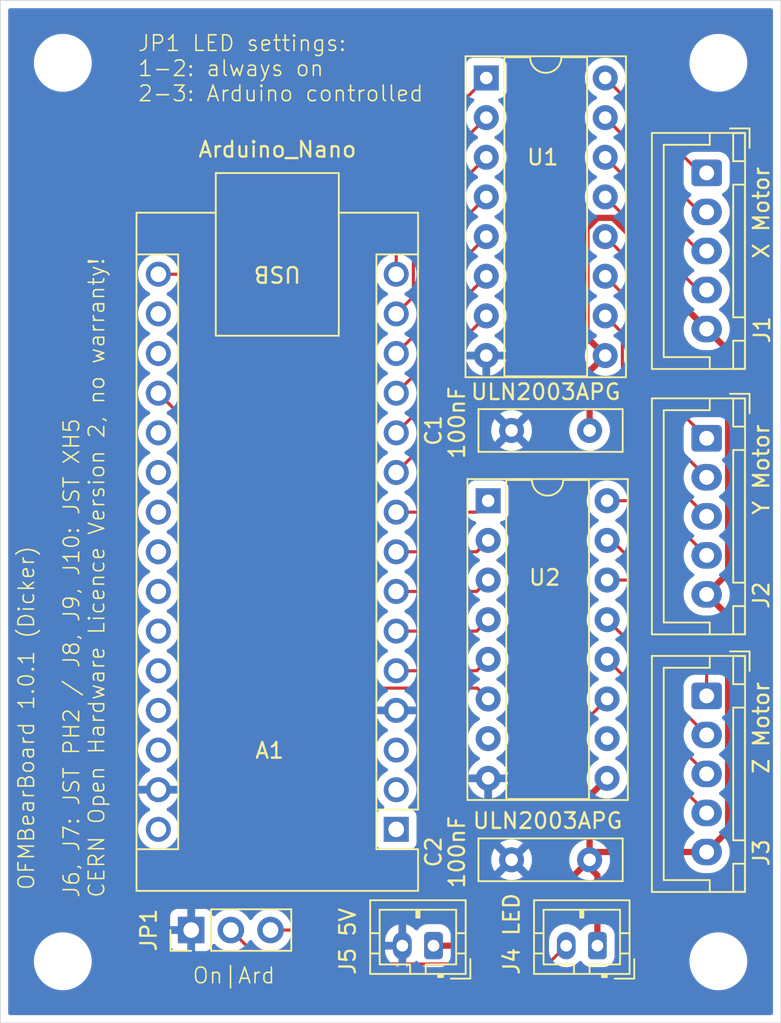
<source format=kicad_pcb>
(kicad_pcb (version 20240108) (generator "pcbnew") (generator_version "8.0")
  (title_block (title "OFMSimpleBoard") (date "2024-06-02") (rev "1.0.1 (Dicker)"))
  (layers (0 "F.Cu" signal) (31 "B.Cu" signal) (34 "B.Paste" user) (35 "F.Paste" user) (36 "B.SilkS" user "B.Silkscreen") (37 "F.SilkS" user "F.Silkscreen") (38 "B.Mask" user) (39 "F.Mask" user) (44 "Edge.Cuts" user))
  (net 0 "")
  (net 10 "GND")
  (net 16 "/A00")
  (net 18 "+5V")
  (net 21 "Net-(J4-Pin_2)")
  (net 22 "Net-(JP1-B)")
  (net 23 "/D02")
  (net 24 "/D08")
  (net 25 "/D03")
  (net 26 "/D13")
  (net 27 "/D07")
  (net 28 "/D12")
  (net 29 "/D10")
  (net 30 "/D05")
  (net 31 "/D06")
  (net 32 "/D04")
  (net 33 "/D09")
  (net 34 "/D11")
  (net 35 "/XM2")
  (net 36 "/XM1")
  (net 37 "/XM4")
  (net 38 "/XM3")
  (net 39 "/YM2")
  (net 40 "/YM3")
  (net 41 "/YM4")
  (net 42 "/YM1")
  (net 43 "/ZM1")
  (net 44 "/ZM3")
  (net 45 "/ZM2")
  (net 46 "/ZM4")
  (footprint "MountingHole:MountingHole_3.2mm_M3" (layer "F.Cu") (at 125.25 83)
    (property "Reference" "H4")
    (property "Value" "MountingHole" (hide yes))
    (pad "" np_thru_hole circle (at 0 0) (size 3.2 3.2) (drill 3.2) (layers "*.Cu" "*.Mask"))
  )
  (footprint "Package_DIP:DIP-16_W7.62mm_Socket" (layer "F.Cu") (at 110.5 53.5)
    (property "Reference" "U2" (at 3.62 4.92 0) (layer "F.SilkS"))
    (property "Value" "ULN2003APG" (at 3.81 20.5 0) (layer "F.SilkS"))
    (fp_line (start -1.33 -1.39) (end -1.33 19.17) (stroke (width 0.12)) (layer "F.SilkS"))
    (fp_line (start -1.33 19.17) (end 8.95 19.17) (stroke (width 0.12)) (layer "F.SilkS"))
    (fp_line (start 1.16 -1.33) (end 1.16 19.11) (stroke (width 0.12)) (layer "F.SilkS"))
    (fp_line (start 1.16 19.11) (end 6.46 19.11) (stroke (width 0.12)) (layer "F.SilkS"))
    (fp_line (start 2.81 -1.33) (end 1.16 -1.33) (stroke (width 0.12)) (layer "F.SilkS"))
    (fp_line (start 6.46 -1.33) (end 4.81 -1.33) (stroke (width 0.12)) (layer "F.SilkS"))
    (fp_line (start 6.46 19.11) (end 6.46 -1.33) (stroke (width 0.12)) (layer "F.SilkS"))
    (fp_line (start 8.95 -1.39) (end -1.33 -1.39) (stroke (width 0.12)) (layer "F.SilkS"))
    (fp_line (start 8.95 19.17) (end 8.95 -1.39) (stroke (width 0.12)) (layer "F.SilkS"))
    (fp_arc (start 4.81 -1.33) (mid 3.81 -0.33) (end 2.81 -1.33) (stroke (width 0.12)) (layer "F.SilkS"))
    (pad "1" thru_hole rect (at 0 0) (size 1.6 1.6) (drill 0.8) (layers "*.Cu" "*.Mask") (net 31 "/D06"))
    (pad "2" thru_hole oval (at 0 2.54) (size 1.6 1.6) (drill 0.8) (layers "*.Cu" "*.Mask") (net 30 "/D05"))
    (pad "3" thru_hole oval (at 0 5.08) (size 1.6 1.6) (drill 0.8) (layers "*.Cu" "*.Mask") (net 32 "/D04"))
    (pad "4" thru_hole oval (at 0 7.62) (size 1.6 1.6) (drill 0.8) (layers "*.Cu" "*.Mask") (net 25 "/D03"))
    (pad "5" thru_hole oval (at 0 10.16) (size 1.6 1.6) (drill 0.8) (layers "*.Cu" "*.Mask") (net 23 "/D02"))
    (pad "6" thru_hole oval (at 0 12.7) (size 1.6 1.6) (drill 0.8) (layers "*.Cu" "*.Mask") (net 16 "/A00"))
    (pad "7" thru_hole oval (at 0 15.24) (size 1.6 1.6) (drill 0.8) (layers "*.Cu" "*.Mask"))
    (pad "8" thru_hole oval (at 0 17.78) (size 1.6 1.6) (drill 0.8) (layers "*.Cu" "*.Mask") (net 10 "GND"))
    (pad "9" thru_hole oval (at 7.62 17.78) (size 1.6 1.6) (drill 0.8) (layers "*.Cu" "*.Mask") (net 18 "+5V"))
    (pad "10" thru_hole oval (at 7.62 15.24) (size 1.6 1.6) (drill 0.8) (layers "*.Cu" "*.Mask"))
    (pad "11" thru_hole oval (at 7.62 12.7) (size 1.6 1.6) (drill 0.8) (layers "*.Cu" "*.Mask") (net 22 "Net-(JP1-B)"))
    (pad "12" thru_hole oval (at 7.62 10.16) (size 1.6 1.6) (drill 0.8) (layers "*.Cu" "*.Mask") (net 46 "/ZM4"))
    (pad "13" thru_hole oval (at 7.62 7.62) (size 1.6 1.6) (drill 0.8) (layers "*.Cu" "*.Mask") (net 44 "/ZM3"))
    (pad "14" thru_hole oval (at 7.62 5.08) (size 1.6 1.6) (drill 0.8) (layers "*.Cu" "*.Mask") (net 45 "/ZM2"))
    (pad "15" thru_hole oval (at 7.62 2.54) (size 1.6 1.6) (drill 0.8) (layers "*.Cu" "*.Mask") (net 43 "/ZM1"))
    (pad "16" thru_hole oval (at 7.62 0) (size 1.6 1.6) (drill 0.8) (layers "*.Cu" "*.Mask") (net 41 "/YM4"))
  )
  (footprint "Connector_JST:JST_XH_B5B-XH-A_1x05_P2.50mm_Vertical" (layer "F.Cu") (at 124.5 49.5 -90)
    (property "Reference" "J2" (at 10.05 -3.5 90) (layer "F.SilkS"))
    (property "Value" "Y Motor" (at 2 -3.5 90) (layer "F.SilkS"))
    (fp_line (start -2.56 3.51) (end 12.56 3.51) (stroke (width 0.12)) (layer "F.SilkS"))
    (fp_line (start 12.56 3.51) (end 12.56 -2.46) (stroke (width 0.12)) (layer "F.SilkS"))
    (fp_line (start -1.8 2.75) (end 5 2.75) (stroke (width 0.12)) (layer "F.SilkS"))
    (fp_line (start 11.8 2.75) (end 5 2.75) (stroke (width 0.12)) (layer "F.SilkS"))
    (fp_line (start -2.55 -0.2) (end -1.8 -0.2) (stroke (width 0.12)) (layer "F.SilkS"))
    (fp_line (start -1.8 -0.2) (end -1.8 2.75) (stroke (width 0.12)) (layer "F.SilkS"))
    (fp_line (start 11.8 -0.2) (end 11.8 2.75) (stroke (width 0.12)) (layer "F.SilkS"))
    (fp_line (start 12.55 -0.2) (end 11.8 -0.2) (stroke (width 0.12)) (layer "F.SilkS"))
    (fp_line (start -2.55 -1.7) (end -0.75 -1.7) (stroke (width 0.12)) (layer "F.SilkS"))
    (fp_line (start -0.75 -1.7) (end -0.75 -2.45) (stroke (width 0.12)) (layer "F.SilkS"))
    (fp_line (start 0.75 -1.7) (end 9.25 -1.7) (stroke (width 0.12)) (layer "F.SilkS"))
    (fp_line (start 9.25 -1.7) (end 9.25 -2.45) (stroke (width 0.12)) (layer "F.SilkS"))
    (fp_line (start 10.75 -1.7) (end 12.55 -1.7) (stroke (width 0.12)) (layer "F.SilkS"))
    (fp_line (start 12.55 -1.7) (end 12.55 -2.45) (stroke (width 0.12)) (layer "F.SilkS"))
    (fp_line (start -2.55 -2.45) (end -2.55 -1.7) (stroke (width 0.12)) (layer "F.SilkS"))
    (fp_line (start -0.75 -2.45) (end -2.55 -2.45) (stroke (width 0.12)) (layer "F.SilkS"))
    (fp_line (start 0.75 -2.45) (end 0.75 -1.7) (stroke (width 0.12)) (layer "F.SilkS"))
    (fp_line (start 9.25 -2.45) (end 0.75 -2.45) (stroke (width 0.12)) (layer "F.SilkS"))
    (fp_line (start 10.75 -2.45) (end 10.75 -1.7) (stroke (width 0.12)) (layer "F.SilkS"))
    (fp_line (start 12.55 -2.45) (end 10.75 -2.45) (stroke (width 0.12)) (layer "F.SilkS"))
    (fp_line (start -2.56 -2.46) (end -2.56 3.51) (stroke (width 0.12)) (layer "F.SilkS"))
    (fp_line (start 12.56 -2.46) (end -2.56 -2.46) (stroke (width 0.12)) (layer "F.SilkS"))
    (fp_line (start -2.85 -2.75) (end -2.85 -1.5) (stroke (width 0.12)) (layer "F.SilkS"))
    (fp_line (start -1.6 -2.75) (end -2.85 -2.75) (stroke (width 0.12)) (layer "F.SilkS"))
    (pad "1" thru_hole roundrect (at 0 0 270) (size 1.7 1.95) (drill 0.95) (layers "*.Cu" "*.Mask") (roundrect_rratio 0.147059) (net 42 "/YM1"))
    (pad "2" thru_hole oval (at 2.5 0 270) (size 1.7 1.95) (drill 0.95) (layers "*.Cu" "*.Mask") (net 39 "/YM2"))
    (pad "3" thru_hole oval (at 5 0 270) (size 1.7 1.95) (drill 0.95) (layers "*.Cu" "*.Mask") (net 40 "/YM3"))
    (pad "4" thru_hole oval (at 7.5 0 270) (size 1.7 1.95) (drill 0.95) (layers "*.Cu" "*.Mask") (net 41 "/YM4"))
    (pad "5" thru_hole oval (at 10 0 270) (size 1.7 1.95) (drill 0.95) (layers "*.Cu" "*.Mask") (net 18 "+5V"))
  )
  (footprint "Package_DIP:DIP-16_W7.62mm_Socket" (layer "F.Cu") (at 110.38 26.42)
    (property "Reference" "U1" (at 3.62 5.08 0) (layer "F.SilkS"))
    (property "Value" "ULN2003APG" (at 3.81 20.11 0) (layer "F.SilkS"))
    (fp_line (start -1.33 -1.39) (end -1.33 19.17) (stroke (width 0.12)) (layer "F.SilkS"))
    (fp_line (start -1.33 19.17) (end 8.95 19.17) (stroke (width 0.12)) (layer "F.SilkS"))
    (fp_line (start 1.16 -1.33) (end 1.16 19.11) (stroke (width 0.12)) (layer "F.SilkS"))
    (fp_line (start 1.16 19.11) (end 6.46 19.11) (stroke (width 0.12)) (layer "F.SilkS"))
    (fp_line (start 2.81 -1.33) (end 1.16 -1.33) (stroke (width 0.12)) (layer "F.SilkS"))
    (fp_line (start 6.46 -1.33) (end 4.81 -1.33) (stroke (width 0.12)) (layer "F.SilkS"))
    (fp_line (start 6.46 19.11) (end 6.46 -1.33) (stroke (width 0.12)) (layer "F.SilkS"))
    (fp_line (start 8.95 -1.39) (end -1.33 -1.39) (stroke (width 0.12)) (layer "F.SilkS"))
    (fp_line (start 8.95 19.17) (end 8.95 -1.39) (stroke (width 0.12)) (layer "F.SilkS"))
    (fp_arc (start 4.81 -1.33) (mid 3.81 -0.33) (end 2.81 -1.33) (stroke (width 0.12)) (layer "F.SilkS"))
    (pad "1" thru_hole rect (at 0 0) (size 1.6 1.6) (drill 0.8) (layers "*.Cu" "*.Mask") (net 26 "/D13"))
    (pad "2" thru_hole oval (at 0 2.54) (size 1.6 1.6) (drill 0.8) (layers "*.Cu" "*.Mask") (net 28 "/D12"))
    (pad "3" thru_hole oval (at 0 5.08) (size 1.6 1.6) (drill 0.8) (layers "*.Cu" "*.Mask") (net 34 "/D11"))
    (pad "4" thru_hole oval (at 0 7.62) (size 1.6 1.6) (drill 0.8) (layers "*.Cu" "*.Mask") (net 29 "/D10"))
    (pad "5" thru_hole oval (at 0 10.16) (size 1.6 1.6) (drill 0.8) (layers "*.Cu" "*.Mask") (net 33 "/D09"))
    (pad "6" thru_hole oval (at 0 12.7) (size 1.6 1.6) (drill 0.8) (layers "*.Cu" "*.Mask") (net 24 "/D08"))
    (pad "7" thru_hole oval (at 0 15.24) (size 1.6 1.6) (drill 0.8) (layers "*.Cu" "*.Mask") (net 27 "/D07"))
    (pad "8" thru_hole oval (at 0 17.78) (size 1.6 1.6) (drill 0.8) (layers "*.Cu" "*.Mask") (net 10 "GND"))
    (pad "9" thru_hole oval (at 7.62 17.78) (size 1.6 1.6) (drill 0.8) (layers "*.Cu" "*.Mask") (net 18 "+5V"))
    (pad "10" thru_hole oval (at 7.62 15.24) (size 1.6 1.6) (drill 0.8) (layers "*.Cu" "*.Mask") (net 40 "/YM3"))
    (pad "11" thru_hole oval (at 7.62 12.7) (size 1.6 1.6) (drill 0.8) (layers "*.Cu" "*.Mask") (net 39 "/YM2"))
    (pad "12" thru_hole oval (at 7.62 10.16) (size 1.6 1.6) (drill 0.8) (layers "*.Cu" "*.Mask") (net 42 "/YM1"))
    (pad "13" thru_hole oval (at 7.62 7.62) (size 1.6 1.6) (drill 0.8) (layers "*.Cu" "*.Mask") (net 37 "/XM4"))
    (pad "14" thru_hole oval (at 7.62 5.08) (size 1.6 1.6) (drill 0.8) (layers "*.Cu" "*.Mask") (net 38 "/XM3"))
    (pad "15" thru_hole oval (at 7.62 2.54) (size 1.6 1.6) (drill 0.8) (layers "*.Cu" "*.Mask") (net 35 "/XM2"))
    (pad "16" thru_hole oval (at 7.62 0) (size 1.6 1.6) (drill 0.8) (layers "*.Cu" "*.Mask") (net 36 "/XM1"))
  )
  (footprint "Capacitor_THT:C_Disc_D9.0mm_W2.5mm_P5.00mm" (layer "F.Cu") (at 112 49)
    (property "Reference" "C1" (at -5 0 90) (layer "F.SilkS"))
    (property "Value" "100nF" (at -3.5 -0.5 90) (layer "F.SilkS"))
    (fp_line (start -2.12 -1.37) (end -2.12 1.37) (stroke (width 0.12)) (layer "F.SilkS"))
    (fp_line (start -2.12 -1.37) (end 7.12 -1.37) (stroke (width 0.12)) (layer "F.SilkS"))
    (fp_line (start -2.12 1.37) (end 7.12 1.37) (stroke (width 0.12)) (layer "F.SilkS"))
    (fp_line (start 7.12 -1.37) (end 7.12 1.37) (stroke (width 0.12)) (layer "F.SilkS"))
    (pad "1" thru_hole circle (at 0 0) (size 1.6 1.6) (drill 0.8) (layers "*.Cu" "*.Mask") (net 10 "GND"))
    (pad "2" thru_hole circle (at 5 0) (size 1.6 1.6) (drill 0.8) (layers "*.Cu" "*.Mask") (net 18 "+5V"))
  )
  (footprint "Capacitor_THT:C_Disc_D9.0mm_W2.5mm_P5.00mm" (layer "F.Cu") (at 112 76.5)
    (property "Reference" "C2" (at -5 -0.5 90) (layer "F.SilkS"))
    (property "Value" "100nF" (at -3.5 -0.5 90) (layer "F.SilkS"))
    (fp_line (start -2.12 -1.37) (end -2.12 1.37) (stroke (width 0.12)) (layer "F.SilkS"))
    (fp_line (start -2.12 -1.37) (end 7.12 -1.37) (stroke (width 0.12)) (layer "F.SilkS"))
    (fp_line (start -2.12 1.37) (end 7.12 1.37) (stroke (width 0.12)) (layer "F.SilkS"))
    (fp_line (start 7.12 -1.37) (end 7.12 1.37) (stroke (width 0.12)) (layer "F.SilkS"))
    (pad "1" thru_hole circle (at 0 0) (size 1.6 1.6) (drill 0.8) (layers "*.Cu" "*.Mask") (net 10 "GND"))
    (pad "2" thru_hole circle (at 5 0) (size 1.6 1.6) (drill 0.8) (layers "*.Cu" "*.Mask") (net 18 "+5V"))
  )
  (footprint "Connector_JST:JST_PH_B2B-PH-K_1x02_P2.00mm_Vertical" (layer "F.Cu") (at 117.5 82 180)
    (property "Reference" "J4" (at 5.5 -1 -90) (layer "F.SilkS"))
    (property "Value" "LED" (at 5.5 2 90) (layer "F.SilkS"))
    (fp_line (start 4.06 2.91) (end 4.06 -1.81) (stroke (width 0.12)) (layer "F.SilkS"))
    (fp_line (start 4.06 0.8) (end 3.45 0.8) (stroke (width 0.12)) (layer "F.SilkS"))
    (fp_line (start 4.06 -0.5) (end 3.45 -0.5) (stroke (width 0.12)) (layer "F.SilkS"))
    (fp_line (start 4.06 -1.81) (end -2.06 -1.81) (stroke (width 0.12)) (layer "F.SilkS"))
    (fp_line (start 3.45 2.3) (end 3.45 -1.2) (stroke (width 0.12)) (layer "F.SilkS"))
    (fp_line (start 3.45 -1.2) (end 1.5 -1.2) (stroke (width 0.12)) (layer "F.SilkS"))
    (fp_line (start 1.5 -1.2) (end 1.5 -1.81) (stroke (width 0.12)) (layer "F.SilkS"))
    (fp_line (start 1.1 1.8) (end 1.1 2.3) (stroke (width 0.12)) (layer "F.SilkS"))
    (fp_line (start 1 2.3) (end 1 1.8) (stroke (width 0.12)) (layer "F.SilkS"))
    (fp_line (start 0.9 2.3) (end 0.9 1.8) (stroke (width 0.12)) (layer "F.SilkS"))
    (fp_line (start 0.9 1.8) (end 1.1 1.8) (stroke (width 0.12)) (layer "F.SilkS"))
    (fp_line (start 0.5 -1.2) (end -1.45 -1.2) (stroke (width 0.12)) (layer "F.SilkS"))
    (fp_line (start 0.5 -1.81) (end 0.5 -1.2) (stroke (width 0.12)) (layer "F.SilkS"))
    (fp_line (start -0.3 -1.81) (end -0.3 -2.01) (stroke (width 0.12)) (layer "F.SilkS"))
    (fp_line (start -0.3 -1.91) (end -0.6 -1.91) (stroke (width 0.12)) (layer "F.SilkS"))
    (fp_line (start -0.3 -2.01) (end -0.6 -2.01) (stroke (width 0.12)) (layer "F.SilkS"))
    (fp_line (start -0.6 -2.01) (end -0.6 -1.81) (stroke (width 0.12)) (layer "F.SilkS"))
    (fp_line (start -1.11 -2.11) (end -2.36 -2.11) (stroke (width 0.12)) (layer "F.SilkS"))
    (fp_line (start -1.45 2.3) (end 3.45 2.3) (stroke (width 0.12)) (layer "F.SilkS"))
    (fp_line (start -1.45 -1.2) (end -1.45 2.3) (stroke (width 0.12)) (layer "F.SilkS"))
    (fp_line (start -2.06 2.91) (end 4.06 2.91) (stroke (width 0.12)) (layer "F.SilkS"))
    (fp_line (start -2.06 0.8) (end -1.45 0.8) (stroke (width 0.12)) (layer "F.SilkS"))
    (fp_line (start -2.06 -0.5) (end -1.45 -0.5) (stroke (width 0.12)) (layer "F.SilkS"))
    (fp_line (start -2.06 -1.81) (end -2.06 2.91) (stroke (width 0.12)) (layer "F.SilkS"))
    (fp_line (start -2.36 -2.11) (end -2.36 -0.86) (stroke (width 0.12)) (layer "F.SilkS"))
    (pad "1" thru_hole roundrect (at 0 0 180) (size 1.2 1.75) (drill 0.75) (layers "*.Cu" "*.Mask") (roundrect_rratio 0.208333) (net 18 "+5V"))
    (pad "2" thru_hole oval (at 2 0 180) (size 1.2 1.75) (drill 0.75) (layers "*.Cu" "*.Mask") (net 21 "Net-(J4-Pin_2)"))
  )
  (footprint "MountingHole:MountingHole_3.2mm_M3" (layer "F.Cu") (at 83.25 83)
    (property "Reference" "H3")
    (property "Value" "MountingHole" (hide yes))
    (pad "" np_thru_hole circle (at 0 0) (size 3.2 3.2) (drill 3.2) (layers "*.Cu" "*.Mask"))
  )
  (footprint "Connector_PinHeader_2.54mm:PinHeader_1x03_P2.54mm_Vertical" (layer "F.Cu") (at 91.475 81 90)
    (property "Reference" "JP1" (at 0 -2.725 -90) (layer "F.SilkS"))
    (property "Value" "JP1")
    (fp_line (start -1.33 -1.33) (end 0 -1.33) (stroke (width 0.12)) (layer "F.SilkS"))
    (fp_line (start -1.33 0) (end -1.33 -1.33) (stroke (width 0.12)) (layer "F.SilkS"))
    (fp_line (start 1.33 1.27) (end 1.33 6.41) (stroke (width 0.12)) (layer "F.SilkS"))
    (fp_line (start -1.33 1.27) (end 1.33 1.27) (stroke (width 0.12)) (layer "F.SilkS"))
    (fp_line (start -1.33 1.27) (end -1.33 6.41) (stroke (width 0.12)) (layer "F.SilkS"))
    (fp_line (start -1.33 6.41) (end 1.33 6.41) (stroke (width 0.12)) (layer "F.SilkS"))
    (pad "1" thru_hole rect (at 0 0 90) (size 1.7 1.7) (drill 1) (layers "*.Cu" "*.Mask") (net 10 "GND"))
    (pad "2" thru_hole oval (at 0 2.54 90) (size 1.7 1.7) (drill 1) (layers "*.Cu" "*.Mask") (net 21 "Net-(J4-Pin_2)"))
    (pad "3" thru_hole oval (at 0 5.08 90) (size 1.7 1.7) (drill 1) (layers "*.Cu" "*.Mask") (net 22 "Net-(JP1-B)"))
  )
  (footprint "MountingHole:MountingHole_3.2mm_M3" (layer "F.Cu") (at 83.25 25.45)
    (property "Reference" "H1")
    (property "Value" "MountingHole" (hide yes))
    (pad "" np_thru_hole circle (at 0 0) (size 3.2 3.2) (drill 3.2) (layers "*.Cu" "*.Mask"))
  )
  (footprint "Connector_JST:JST_XH_B5B-XH-A_1x05_P2.50mm_Vertical" (layer "F.Cu") (at 124.5 32.5 -90)
    (property "Reference" "J1" (at 10.05 -3.55 -90) (layer "F.SilkS"))
    (property "Value" "X Motor" (at 2.55 -3.5 -90) (layer "F.SilkS"))
    (fp_line (start -2.56 3.51) (end 12.56 3.51) (stroke (width 0.12)) (layer "F.SilkS"))
    (fp_line (start 12.56 3.51) (end 12.56 -2.46) (stroke (width 0.12)) (layer "F.SilkS"))
    (fp_line (start -1.8 2.75) (end 5 2.75) (stroke (width 0.12)) (layer "F.SilkS"))
    (fp_line (start 11.8 2.75) (end 5 2.75) (stroke (width 0.12)) (layer "F.SilkS"))
    (fp_line (start -2.55 -0.2) (end -1.8 -0.2) (stroke (width 0.12)) (layer "F.SilkS"))
    (fp_line (start -1.8 -0.2) (end -1.8 2.75) (stroke (width 0.12)) (layer "F.SilkS"))
    (fp_line (start 11.8 -0.2) (end 11.8 2.75) (stroke (width 0.12)) (layer "F.SilkS"))
    (fp_line (start 12.55 -0.2) (end 11.8 -0.2) (stroke (width 0.12)) (layer "F.SilkS"))
    (fp_line (start -2.55 -1.7) (end -0.75 -1.7) (stroke (width 0.12)) (layer "F.SilkS"))
    (fp_line (start -0.75 -1.7) (end -0.75 -2.45) (stroke (width 0.12)) (layer "F.SilkS"))
    (fp_line (start 0.75 -1.7) (end 9.25 -1.7) (stroke (width 0.12)) (layer "F.SilkS"))
    (fp_line (start 9.25 -1.7) (end 9.25 -2.45) (stroke (width 0.12)) (layer "F.SilkS"))
    (fp_line (start 10.75 -1.7) (end 12.55 -1.7) (stroke (width 0.12)) (layer "F.SilkS"))
    (fp_line (start 12.55 -1.7) (end 12.55 -2.45) (stroke (width 0.12)) (layer "F.SilkS"))
    (fp_line (start -2.55 -2.45) (end -2.55 -1.7) (stroke (width 0.12)) (layer "F.SilkS"))
    (fp_line (start -0.75 -2.45) (end -2.55 -2.45) (stroke (width 0.12)) (layer "F.SilkS"))
    (fp_line (start 0.75 -2.45) (end 0.75 -1.7) (stroke (width 0.12)) (layer "F.SilkS"))
    (fp_line (start 9.25 -2.45) (end 0.75 -2.45) (stroke (width 0.12)) (layer "F.SilkS"))
    (fp_line (start 10.75 -2.45) (end 10.75 -1.7) (stroke (width 0.12)) (layer "F.SilkS"))
    (fp_line (start 12.55 -2.45) (end 10.75 -2.45) (stroke (width 0.12)) (layer "F.SilkS"))
    (fp_line (start -2.56 -2.46) (end -2.56 3.51) (stroke (width 0.12)) (layer "F.SilkS"))
    (fp_line (start 12.56 -2.46) (end -2.56 -2.46) (stroke (width 0.12)) (layer "F.SilkS"))
    (fp_line (start -2.85 -2.75) (end -2.85 -1.5) (stroke (width 0.12)) (layer "F.SilkS"))
    (fp_line (start -1.6 -2.75) (end -2.85 -2.75) (stroke (width 0.12)) (layer "F.SilkS"))
    (pad "1" thru_hole roundrect (at 0 0 270) (size 1.7 1.95) (drill 0.95) (layers "*.Cu" "*.Mask") (roundrect_rratio 0.147059) (net 36 "/XM1"))
    (pad "2" thru_hole oval (at 2.5 0 270) (size 1.7 1.95) (drill 0.95) (layers "*.Cu" "*.Mask") (net 35 "/XM2"))
    (pad "3" thru_hole oval (at 5 0 270) (size 1.7 1.95) (drill 0.95) (layers "*.Cu" "*.Mask") (net 38 "/XM3"))
    (pad "4" thru_hole oval (at 7.5 0 270) (size 1.7 1.95) (drill 0.95) (layers "*.Cu" "*.Mask") (net 37 "/XM4"))
    (pad "5" thru_hole oval (at 10 0 270) (size 1.7 1.95) (drill 0.95) (layers "*.Cu" "*.Mask") (net 18 "+5V"))
  )
  (footprint "Connector_JST:JST_XH_B5B-XH-A_1x05_P2.50mm_Vertical" (layer "F.Cu") (at 124.5 66 -90)
    (property "Reference" "J3" (at 10.05 -3.5 90) (layer "F.SilkS"))
    (property "Value" "Z Motor" (at 2.05 -3.5 90) (layer "F.SilkS"))
    (fp_line (start -2.56 3.51) (end 12.56 3.51) (stroke (width 0.12)) (layer "F.SilkS"))
    (fp_line (start 12.56 3.51) (end 12.56 -2.46) (stroke (width 0.12)) (layer "F.SilkS"))
    (fp_line (start -1.8 2.75) (end 5 2.75) (stroke (width 0.12)) (layer "F.SilkS"))
    (fp_line (start 11.8 2.75) (end 5 2.75) (stroke (width 0.12)) (layer "F.SilkS"))
    (fp_line (start -2.55 -0.2) (end -1.8 -0.2) (stroke (width 0.12)) (layer "F.SilkS"))
    (fp_line (start -1.8 -0.2) (end -1.8 2.75) (stroke (width 0.12)) (layer "F.SilkS"))
    (fp_line (start 11.8 -0.2) (end 11.8 2.75) (stroke (width 0.12)) (layer "F.SilkS"))
    (fp_line (start 12.55 -0.2) (end 11.8 -0.2) (stroke (width 0.12)) (layer "F.SilkS"))
    (fp_line (start -2.55 -1.7) (end -0.75 -1.7) (stroke (width 0.12)) (layer "F.SilkS"))
    (fp_line (start -0.75 -1.7) (end -0.75 -2.45) (stroke (width 0.12)) (layer "F.SilkS"))
    (fp_line (start 0.75 -1.7) (end 9.25 -1.7) (stroke (width 0.12)) (layer "F.SilkS"))
    (fp_line (start 9.25 -1.7) (end 9.25 -2.45) (stroke (width 0.12)) (layer "F.SilkS"))
    (fp_line (start 10.75 -1.7) (end 12.55 -1.7) (stroke (width 0.12)) (layer "F.SilkS"))
    (fp_line (start 12.55 -1.7) (end 12.55 -2.45) (stroke (width 0.12)) (layer "F.SilkS"))
    (fp_line (start -2.55 -2.45) (end -2.55 -1.7) (stroke (width 0.12)) (layer "F.SilkS"))
    (fp_line (start -0.75 -2.45) (end -2.55 -2.45) (stroke (width 0.12)) (layer "F.SilkS"))
    (fp_line (start 0.75 -2.45) (end 0.75 -1.7) (stroke (width 0.12)) (layer "F.SilkS"))
    (fp_line (start 9.25 -2.45) (end 0.75 -2.45) (stroke (width 0.12)) (layer "F.SilkS"))
    (fp_line (start 10.75 -2.45) (end 10.75 -1.7) (stroke (width 0.12)) (layer "F.SilkS"))
    (fp_line (start 12.55 -2.45) (end 10.75 -2.45) (stroke (width 0.12)) (layer "F.SilkS"))
    (fp_line (start -2.56 -2.46) (end -2.56 3.51) (stroke (width 0.12)) (layer "F.SilkS"))
    (fp_line (start 12.56 -2.46) (end -2.56 -2.46) (stroke (width 0.12)) (layer "F.SilkS"))
    (fp_line (start -2.85 -2.75) (end -2.85 -1.5) (stroke (width 0.12)) (layer "F.SilkS"))
    (fp_line (start -1.6 -2.75) (end -2.85 -2.75) (stroke (width 0.12)) (layer "F.SilkS"))
    (pad "1" thru_hole roundrect (at 0 0 270) (size 1.7 1.95) (drill 0.95) (layers "*.Cu" "*.Mask") (roundrect_rratio 0.147059) (net 43 "/ZM1"))
    (pad "2" thru_hole oval (at 2.5 0 270) (size 1.7 1.95) (drill 0.95) (layers "*.Cu" "*.Mask") (net 45 "/ZM2"))
    (pad "3" thru_hole oval (at 5 0 270) (size 1.7 1.95) (drill 0.95) (layers "*.Cu" "*.Mask") (net 44 "/ZM3"))
    (pad "4" thru_hole oval (at 7.5 0 270) (size 1.7 1.95) (drill 0.95) (layers "*.Cu" "*.Mask") (net 46 "/ZM4"))
    (pad "5" thru_hole oval (at 10 0 270) (size 1.7 1.95) (drill 0.95) (layers "*.Cu" "*.Mask") (net 18 "+5V"))
  )
  (footprint "Connector_JST:JST_PH_B2B-PH-K_1x02_P2.00mm_Vertical" (layer "F.Cu") (at 107 82 180)
    (property "Reference" "J5" (at 5.5 -1 90) (layer "F.SilkS"))
    (property "Value" "5V" (at 5.5 1.5 90) (layer "F.SilkS"))
    (fp_line (start 4.06 2.91) (end 4.06 -1.81) (stroke (width 0.12)) (layer "F.SilkS"))
    (fp_line (start 4.06 0.8) (end 3.45 0.8) (stroke (width 0.12)) (layer "F.SilkS"))
    (fp_line (start 4.06 -0.5) (end 3.45 -0.5) (stroke (width 0.12)) (layer "F.SilkS"))
    (fp_line (start 4.06 -1.81) (end -2.06 -1.81) (stroke (width 0.12)) (layer "F.SilkS"))
    (fp_line (start 3.45 2.3) (end 3.45 -1.2) (stroke (width 0.12)) (layer "F.SilkS"))
    (fp_line (start 3.45 -1.2) (end 1.5 -1.2) (stroke (width 0.12)) (layer "F.SilkS"))
    (fp_line (start 1.5 -1.2) (end 1.5 -1.81) (stroke (width 0.12)) (layer "F.SilkS"))
    (fp_line (start 1.1 1.8) (end 1.1 2.3) (stroke (width 0.12)) (layer "F.SilkS"))
    (fp_line (start 1 2.3) (end 1 1.8) (stroke (width 0.12)) (layer "F.SilkS"))
    (fp_line (start 0.9 2.3) (end 0.9 1.8) (stroke (width 0.12)) (layer "F.SilkS"))
    (fp_line (start 0.9 1.8) (end 1.1 1.8) (stroke (width 0.12)) (layer "F.SilkS"))
    (fp_line (start 0.5 -1.2) (end -1.45 -1.2) (stroke (width 0.12)) (layer "F.SilkS"))
    (fp_line (start 0.5 -1.81) (end 0.5 -1.2) (stroke (width 0.12)) (layer "F.SilkS"))
    (fp_line (start -0.3 -1.81) (end -0.3 -2.01) (stroke (width 0.12)) (layer "F.SilkS"))
    (fp_line (start -0.3 -1.91) (end -0.6 -1.91) (stroke (width 0.12)) (layer "F.SilkS"))
    (fp_line (start -0.3 -2.01) (end -0.6 -2.01) (stroke (width 0.12)) (layer "F.SilkS"))
    (fp_line (start -0.6 -2.01) (end -0.6 -1.81) (stroke (width 0.12)) (layer "F.SilkS"))
    (fp_line (start -1.11 -2.11) (end -2.36 -2.11) (stroke (width 0.12)) (layer "F.SilkS"))
    (fp_line (start -1.45 2.3) (end 3.45 2.3) (stroke (width 0.12)) (layer "F.SilkS"))
    (fp_line (start -1.45 -1.2) (end -1.45 2.3) (stroke (width 0.12)) (layer "F.SilkS"))
    (fp_line (start -2.06 2.91) (end 4.06 2.91) (stroke (width 0.12)) (layer "F.SilkS"))
    (fp_line (start -2.06 0.8) (end -1.45 0.8) (stroke (width 0.12)) (layer "F.SilkS"))
    (fp_line (start -2.06 -0.5) (end -1.45 -0.5) (stroke (width 0.12)) (layer "F.SilkS"))
    (fp_line (start -2.06 -1.81) (end -2.06 2.91) (stroke (width 0.12)) (layer "F.SilkS"))
    (fp_line (start -2.36 -2.11) (end -2.36 -0.86) (stroke (width 0.12)) (layer "F.SilkS"))
    (pad "1" thru_hole roundrect (at 0 0 180) (size 1.2 1.75) (drill 0.75) (layers "*.Cu" "*.Mask") (roundrect_rratio 0.208333) (net 18 "+5V"))
    (pad "2" thru_hole oval (at 2 0 180) (size 1.2 1.75) (drill 0.75) (layers "*.Cu" "*.Mask") (net 10 "GND"))
  )
  (footprint "MountingHole:MountingHole_3.2mm_M3" (layer "F.Cu") (at 125.25 25.45)
    (property "Reference" "H2")
    (property "Value" "MountingHole" (hide yes))
    (pad "" np_thru_hole circle (at 0 0) (size 3.2 3.2) (drill 3.2) (layers "*.Cu" "*.Mask"))
  )
  (footprint "Module:Arduino_Nano" (layer "F.Cu") (at 104.61 74.55 180)
    (property "Reference" "A1" (at 8.11 5.05 180) (layer "F.SilkS"))
    (property "Value" "Arduino_Nano" (at 7.61 43.55 180) (layer "F.SilkS"))
    (fp_line (start 16.64 39.5) (end 16.64 -3.94) (stroke (width 0.12)) (layer "F.SilkS"))
    (fp_line (start 16.64 39.5) (end 11.56 39.5) (stroke (width 0.12)) (layer "F.SilkS"))
    (fp_line (start 16.64 -3.94) (end -1.4 -3.94) (stroke (width 0.12)) (layer "F.SilkS"))
    (fp_line (start 13.97 36.83) (end 16.64 36.83) (stroke (width 0.12)) (layer "F.SilkS"))
    (fp_line (start 13.97 -1.27) (end 16.64 -1.27) (stroke (width 0.12)) (layer "F.SilkS"))
    (fp_line (start 13.97 -1.27) (end 13.97 36.83) (stroke (width 0.12)) (layer "F.SilkS"))
    (fp_line (start 11.56 42.04) (end 3.68 42.04) (stroke (width 0.12)) (layer "F.SilkS"))
    (fp_line (start 11.56 31.62) (end 11.56 42.04) (stroke (width 0.12)) (layer "F.SilkS"))
    (fp_line (start 3.68 42.04) (end 3.68 31.62) (stroke (width 0.12)) (layer "F.SilkS"))
    (fp_line (start 3.68 31.62) (end 11.56 31.62) (stroke (width 0.12)) (layer "F.SilkS"))
    (fp_line (start 1.27 36.83) (end -1.4 36.83) (stroke (width 0.12)) (layer "F.SilkS"))
    (fp_line (start 1.27 1.27) (end 1.27 36.83) (stroke (width 0.12)) (layer "F.SilkS"))
    (fp_line (start 1.27 1.27) (end 1.27 -1.27) (stroke (width 0.12)) (layer "F.SilkS"))
    (fp_line (start 1.27 1.27) (end -1.4 1.27) (stroke (width 0.12)) (layer "F.SilkS"))
    (fp_line (start 1.27 -1.27) (end -1.4 -1.27) (stroke (width 0.12)) (layer "F.SilkS"))
    (fp_line (start -1.4 39.5) (end 3.68 39.5) (stroke (width 0.12)) (layer "F.SilkS"))
    (fp_line (start -1.4 1.27) (end -1.4 39.5) (stroke (width 0.12)) (layer "F.SilkS"))
    (fp_line (start -1.4 -3.94) (end -1.4 -1.27) (stroke (width 0.12)) (layer "F.SilkS"))
    (fp_text user "USB" (at 7.62 35.56 180) (layer "F.SilkS"))
    (pad "1" thru_hole rect (at 0 0 180) (size 1.6 1.6) (drill 1) (layers "*.Cu" "*.Mask"))
    (pad "2" thru_hole oval (at 0 2.54 180) (size 1.6 1.6) (drill 1) (layers "*.Cu" "*.Mask"))
    (pad "3" thru_hole oval (at 0 5.08 180) (size 1.6 1.6) (drill 1) (layers "*.Cu" "*.Mask"))
    (pad "4" thru_hole oval (at 0 7.62 180) (size 1.6 1.6) (drill 1) (layers "*.Cu" "*.Mask") (net 10 "GND"))
    (pad "5" thru_hole oval (at 0 10.16 180) (size 1.6 1.6) (drill 1) (layers "*.Cu" "*.Mask") (net 23 "/D02"))
    (pad "6" thru_hole oval (at 0 12.7 180) (size 1.6 1.6) (drill 1) (layers "*.Cu" "*.Mask") (net 25 "/D03"))
    (pad "7" thru_hole oval (at 0 15.24 180) (size 1.6 1.6) (drill 1) (layers "*.Cu" "*.Mask") (net 32 "/D04"))
    (pad "8" thru_hole oval (at 0 17.78 180) (size 1.6 1.6) (drill 1) (layers "*.Cu" "*.Mask") (net 30 "/D05"))
    (pad "9" thru_hole oval (at 0 20.32 180) (size 1.6 1.6) (drill 1) (layers "*.Cu" "*.Mask") (net 31 "/D06"))
    (pad "10" thru_hole oval (at 0 22.86 180) (size 1.6 1.6) (drill 1) (layers "*.Cu" "*.Mask") (net 27 "/D07"))
    (pad "11" thru_hole oval (at 0 25.4 180) (size 1.6 1.6) (drill 1) (layers "*.Cu" "*.Mask") (net 24 "/D08"))
    (pad "12" thru_hole oval (at 0 27.94 180) (size 1.6 1.6) (drill 1) (layers "*.Cu" "*.Mask") (net 33 "/D09"))
    (pad "13" thru_hole oval (at 0 30.48 180) (size 1.6 1.6) (drill 1) (layers "*.Cu" "*.Mask") (net 29 "/D10"))
    (pad "14" thru_hole oval (at 0 33.02 180) (size 1.6 1.6) (drill 1) (layers "*.Cu" "*.Mask") (net 34 "/D11"))
    (pad "15" thru_hole oval (at 0 35.56 180) (size 1.6 1.6) (drill 1) (layers "*.Cu" "*.Mask") (net 28 "/D12"))
    (pad "16" thru_hole oval (at 15.24 35.56 180) (size 1.6 1.6) (drill 1) (layers "*.Cu" "*.Mask") (net 26 "/D13"))
    (pad "17" thru_hole oval (at 15.24 33.02 180) (size 1.6 1.6) (drill 1) (layers "*.Cu" "*.Mask"))
    (pad "18" thru_hole oval (at 15.24 30.48 180) (size 1.6 1.6) (drill 1) (layers "*.Cu" "*.Mask"))
    (pad "19" thru_hole oval (at 15.24 27.94 180) (size 1.6 1.6) (drill 1) (layers "*.Cu" "*.Mask") (net 16 "/A00"))
    (pad "20" thru_hole oval (at 15.24 25.4 180) (size 1.6 1.6) (drill 1) (layers "*.Cu" "*.Mask"))
    (pad "21" thru_hole oval (at 15.24 22.86 180) (size 1.6 1.6) (drill 1) (layers "*.Cu" "*.Mask"))
    (pad "22" thru_hole oval (at 15.24 20.32 180) (size 1.6 1.6) (drill 1) (layers "*.Cu" "*.Mask"))
    (pad "23" thru_hole oval (at 15.24 17.78 180) (size 1.6 1.6) (drill 1) (layers "*.Cu" "*.Mask"))
    (pad "24" thru_hole oval (at 15.24 15.24 180) (size 1.6 1.6) (drill 1) (layers "*.Cu" "*.Mask"))
    (pad "25" thru_hole oval (at 15.24 12.7 180) (size 1.6 1.6) (drill 1) (layers "*.Cu" "*.Mask"))
    (pad "26" thru_hole oval (at 15.24 10.16 180) (size 1.6 1.6) (drill 1) (layers "*.Cu" "*.Mask"))
    (pad "27" thru_hole oval (at 15.24 7.62 180) (size 1.6 1.6) (drill 1) (layers "*.Cu" "*.Mask"))
    (pad "28" thru_hole oval (at 15.24 5.08 180) (size 1.6 1.6) (drill 1) (layers "*.Cu" "*.Mask"))
    (pad "29" thru_hole oval (at 15.24 2.54 180) (size 1.6 1.6) (drill 1) (layers "*.Cu" "*.Mask") (net 10 "GND"))
    (pad "30" thru_hole oval (at 15.24 0 180) (size 1.6 1.6) (drill 1) (layers "*.Cu" "*.Mask"))
  )
  (gr_rect (start 79.25 21.45) (end 129.25 86.95) (stroke (width 0.05)) (fill none) (layer "Edge.Cuts"))
  (gr_text "On|Ard" (at 91.5 84.5 0) (layer "F.SilkS") (effects (font (size 1 1) (thickness 0.1)) (justify left bottom)))
  (gr_text "OFMBearBoard 1.0.1 (Dicker)" (at 81.5 78.5 90) (layer "F.SilkS") (effects (font (size 1 1) (thickness 0.1)) (justify left bottom)))
  (gr_text "J6, J7: JST PH2 / J8, J9, J10: JST XH5\n﻿CERN Open Hardware Licence Version 2, no warranty!" (at 86 79 90) (layer "F.SilkS") (effects (font (size 1 1) (thickness 0.1)) (justify left bottom)))
  (gr_text "JP1 LED settings:\n1-2: always on\n2-3: Arduino controlled" (at 88 28 0) (layer "F.SilkS") (effects (font (size 1 1) (thickness 0.1)) (justify left bottom)))
  (segment (start 109.8 65.5) (end 100 65.5) (width 0.2) (layer "F.Cu") (net 16))
  (segment (start 100 65.5) (end 99.5 65) (width 0.2) (layer "F.Cu") (net 16))
  (segment (start 99.5 56.74) (end 89.37 46.61) (width 0.2) (layer "F.Cu") (net 16))
  (segment (start 99.5 65) (end 99.5 56.74) (width 0.2) (layer "F.Cu") (net 16))
  (segment (start 110.5 66.2) (end 109.8 65.5) (width 0.2) (layer "F.Cu") (net 16))
  (segment (start 117.502943 35.38) (end 118.497057 35.38) (width 0.4) (layer "F.Cu") (net 18))
  (segment (start 122.8 39.682943) (end 122.8 40.8) (width 0.4) (layer "F.Cu") (net 18))
  (segment (start 122.8 40.8) (end 124.5 42.5) (width 0.4) (layer "F.Cu") (net 18))
  (segment (start 117 45.2) (end 118 44.2) (width 0.4) (layer "F.Cu") (net 18))
  (segment (start 117 49) (end 117 45.2) (width 0.4) (layer "F.Cu") (net 18))
  (segment (start 118 44.2) (end 116.8 43) (width 0.4) (layer "F.Cu") (net 18))
  (segment (start 117 77) (end 117.5 77.5) (width 0.4) (layer "F.Cu") (net 18))
  (segment (start 125.875 43.875) (end 124.5 42.5) (width 0.4) (layer "F.Cu") (net 18))
  (segment (start 107 82) (end 111.5 82) (width 0.4) (layer "F.Cu") (net 18))
  (segment (start 117 76.5) (end 117 72.4) (width 0.4) (layer "F.Cu") (net 18))
  (segment (start 117 76.5) (end 117 77) (width 0.4) (layer "F.Cu") (net 18))
  (segment (start 124.5 76) (end 117.5 76) (width 0.4) (layer "F.Cu") (net 18))
  (segment (start 125.875 60.875) (end 124.5 59.5) (width 0.4) (layer "F.Cu") (net 18))
  (segment (start 125.875 58.125) (end 125.875 43.875) (width 0.4) (layer "F.Cu") (net 18))
  (segment (start 117.5 76) (end 117 76.5) (width 0.4) (layer "F.Cu") (net 18))
  (segment (start 124.5 76) (end 125.875 74.625) (width 0.4) (layer "F.Cu") (net 18))
  (segment (start 116.8 36.082943) (end 117.502943 35.38) (width 0.4) (layer "F.Cu") (net 18))
  (segment (start 117 72.4) (end 118.12 71.28) (width 0.4) (layer "F.Cu") (net 18))
  (segment (start 118.497057 35.38) (end 122.8 39.682943) (width 0.4) (layer "F.Cu") (net 18))
  (segment (start 124.5 59.5) (end 125.875 58.125) (width 0.4) (layer "F.Cu") (net 18))
  (segment (start 117.5 77.5) (end 117.5 82) (width 0.4) (layer "F.Cu") (net 18))
  (segment (start 125.875 74.625) (end 125.875 60.875) (width 0.4) (layer "F.Cu") (net 18))
  (segment (start 116.8 43) (end 116.8 36.082943) (width 0.4) (layer "F.Cu") (net 18))
  (segment (start 111.5 82) (end 117 76.5) (width 0.4) (layer "F.Cu") (net 18))
  (segment (start 96.19 83.175) (end 114.325 83.175) (width 0.2) (layer "F.Cu") (net 21))
  (segment (start 114.325 83.175) (end 115.5 82) (width 0.2) (layer "F.Cu") (net 21))
  (segment (start 94.015 81) (end 96.19 83.175) (width 0.2) (layer "F.Cu") (net 21))
  (segment (start 118.12 66.2) (end 103.32 81) (width 0.2) (layer "F.Cu") (net 22))
  (segment (start 103.32 81) (end 96.555 81) (width 0.2) (layer "F.Cu") (net 22))
  (segment (start 109.77 64.39) (end 110.5 63.66) (width 0.2) (layer "F.Cu") (net 23))
  (segment (start 104.61 64.39) (end 109.77 64.39) (width 0.2) (layer "F.Cu") (net 23))
  (segment (start 106.91 46.85) (end 106.91 42.59) (width 0.2) (layer "F.Cu") (net 24))
  (segment (start 104.61 49.15) (end 106.91 46.85) (width 0.2) (layer "F.Cu") (net 24))
  (segment (start 106.91 42.59) (end 110.38 39.12) (width 0.2) (layer "F.Cu") (net 24))
  (segment (start 104.61 61.85) (end 109.77 61.85) (width 0.2) (layer "F.Cu") (net 25))
  (segment (start 109.77 61.85) (end 110.5 61.12) (width 0.2) (layer "F.Cu") (net 25))
  (segment (start 89.37 38.99) (end 97.81 38.99) (width 0.2) (layer "F.Cu") (net 26))
  (segment (start 97.81 38.99) (end 110.38 26.42) (width 0.2) (layer "F.Cu") (net 26))
  (segment (start 104.61 51.69) (end 107.31 48.99) (width 0.2) (layer "F.Cu") (net 27))
  (segment (start 107.31 48.99) (end 107.31 44.73) (width 0.2) (layer "F.Cu") (net 27))
  (segment (start 107.31 44.73) (end 110.38 41.66) (width 0.2) (layer "F.Cu") (net 27))
  (segment (start 104.61 34.73) (end 110.38 28.96) (width 0.2) (layer "F.Cu") (net 28))
  (segment (start 104.61 38.99) (end 104.61 34.73) (width 0.2) (layer "F.Cu") (net 28))
  (segment (start 106.11 42.57) (end 106.11 38.31) (width 0.2) (layer "F.Cu") (net 29))
  (segment (start 106.11 38.31) (end 110.38 34.04) (width 0.2) (layer "F.Cu") (net 29))
  (segment (start 104.61 44.07) (end 106.11 42.57) (width 0.2) (layer "F.Cu") (net 29))
  (segment (start 104.61 56.77) (end 109.77 56.77) (width 0.2) (layer "F.Cu") (net 30))
  (segment (start 109.77 56.77) (end 110.5 56.04) (width 0.2) (layer "F.Cu") (net 30))
  (segment (start 109.77 54.23) (end 110.5 53.5) (width 0.2) (layer "F.Cu") (net 31))
  (segment (start 104.61 54.23) (end 109.77 54.23) (width 0.2) (layer "F.Cu") (net 31))
  (segment (start 104.61 59.31) (end 109.77 59.31) (width 0.2) (layer "F.Cu") (net 32))
  (segment (start 109.77 59.31) (end 110.5 58.58) (width 0.2) (layer "F.Cu") (net 32))
  (segment (start 104.61 46.61) (end 106.51 44.71) (width 0.2) (layer "F.Cu") (net 33))
  (segment (start 106.51 40.45) (end 110.38 36.58) (width 0.2) (layer "F.Cu") (net 33))
  (segment (start 106.51 44.71) (end 106.51 40.45) (width 0.2) (layer "F.Cu") (net 33))
  (segment (start 104.61 41.53) (end 105.71 40.43) (width 0.2) (layer "F.Cu") (net 34))
  (segment (start 105.71 40.43) (end 105.71 36.17) (width 0.2) (layer "F.Cu") (net 34))
  (segment (start 105.71 36.17) (end 110.38 31.5) (width 0.2) (layer "F.Cu") (net 34))
  (segment (start 118 28.96) (end 124.04 35) (width 0.2) (layer "F.Cu") (net 35))
  (segment (start 124.04 35) (end 124.5 35) (width 0.2) (layer "F.Cu") (net 35))
  (segment (start 124.08 32.5) (end 124.5 32.5) (width 0.2) (layer "F.Cu") (net 36))
  (segment (start 118 26.42) (end 124.08 32.5) (width 0.2) (layer "F.Cu") (net 36))
  (segment (start 123.96 40) (end 124.5 40) (width 0.2) (layer "F.Cu") (net 37))
  (segment (start 118 34.04) (end 123.96 40) (width 0.2) (layer "F.Cu") (net 37))
  (segment (start 118 31.5) (end 124 37.5) (width 0.2) (layer "F.Cu") (net 38))
  (segment (start 124 37.5) (end 124.5 37.5) (width 0.2) (layer "F.Cu") (net 38))
  (segment (start 119.5 40.62) (end 119.5 47) (width 0.2) (layer "F.Cu") (net 39))
  (segment (start 119.5 47) (end 124.5 52) (width 0.2) (layer "F.Cu") (net 39))
  (segment (start 118 39.12) (end 119.5 40.62) (width 0.2) (layer "F.Cu") (net 39))
  (segment (start 119.1 42.76) (end 119.1 49.1) (width 0.2) (layer "F.Cu") (net 40))
  (segment (start 119.1 49.1) (end 124.5 54.5) (width 0.2) (layer "F.Cu") (net 40))
  (segment (start 118 41.66) (end 119.1 42.76) (width 0.2) (layer "F.Cu") (net 40))
  (segment (start 121 53.5) (end 124.5 57) (width 0.2) (layer "F.Cu") (net 41))
  (segment (start 118.12 53.5) (end 121 53.5) (width 0.2) (layer "F.Cu") (net 41))
  (segment (start 119.9 38.48) (end 119.9 44.9) (width 0.2) (layer "F.Cu") (net 42))
  (segment (start 119.9 44.9) (end 124.5 49.5) (width 0.2) (layer "F.Cu") (net 42))
  (segment (start 118 36.58) (end 119.9 38.48) (width 0.2) (layer "F.Cu") (net 42))
  (segment (start 118.42 56.04) (end 124.5 62.12) (width 0.2) (layer "F.Cu") (net 43))
  (segment (start 118.12 56.04) (end 118.42 56.04) (width 0.2) (layer "F.Cu") (net 43))
  (segment (start 124.5 62.12) (end 124.5 66) (width 0.2) (layer "F.Cu") (net 43))
  (segment (start 120 63) (end 118.12 61.12) (width 0.2) (layer "F.Cu") (net 44))
  (segment (start 121.5 63) (end 120 63) (width 0.2) (layer "F.Cu") (net 44))
  (segment (start 124.5 71) (end 121.5 68) (width 0.2) (layer "F.Cu") (net 44))
  (segment (start 121.5 68) (end 121.5 63) (width 0.2) (layer "F.Cu") (net 44))
  (segment (start 120.08 58.58) (end 118.12 58.58) (width 0.2) (layer "F.Cu") (net 45))
  (segment (start 124.5 68.5) (end 122.5 66.5) (width 0.2) (layer "F.Cu") (net 45))
  (segment (start 122.5 66.5) (end 122.5 61) (width 0.2) (layer "F.Cu") (net 45))
  (segment (start 122.5 61) (end 120.08 58.58) (width 0.2) (layer "F.Cu") (net 45))
  (segment (start 118.055635 63.724365) (end 117.5 63.724365) (width 0.2) (layer "F.Cu") (net 46))
  (segment (start 120.5 66.04) (end 120.5 69.5) (width 0.2) (layer "F.Cu") (net 46))
  (segment (start 120.5 69.5) (end 124.5 73.5) (width 0.2) (layer "F.Cu") (net 46))
  (segment (start 118.12 63.66) (end 120.5 66.04) (width 0.2) (layer "F.Cu") (net 46))
  (segment (start 118.12 63.66) (end 118.055635 63.724365) (width 0.2) (layer "F.Cu") (net 46))
  (zone (net 10) (net_name "GND") (layer "B.Cu") (connect_pads (clearance 0.5)) (min_thickness 0.25) (fill yes (thermal_gap 0.5) (thermal_bridge_width 0.5))
    (polygon (pts (xy 79.25 21.45) (xy 129.25 21.45) (xy 129.25 86.95) (xy 79.25 86.95)))
  )
)
</source>
